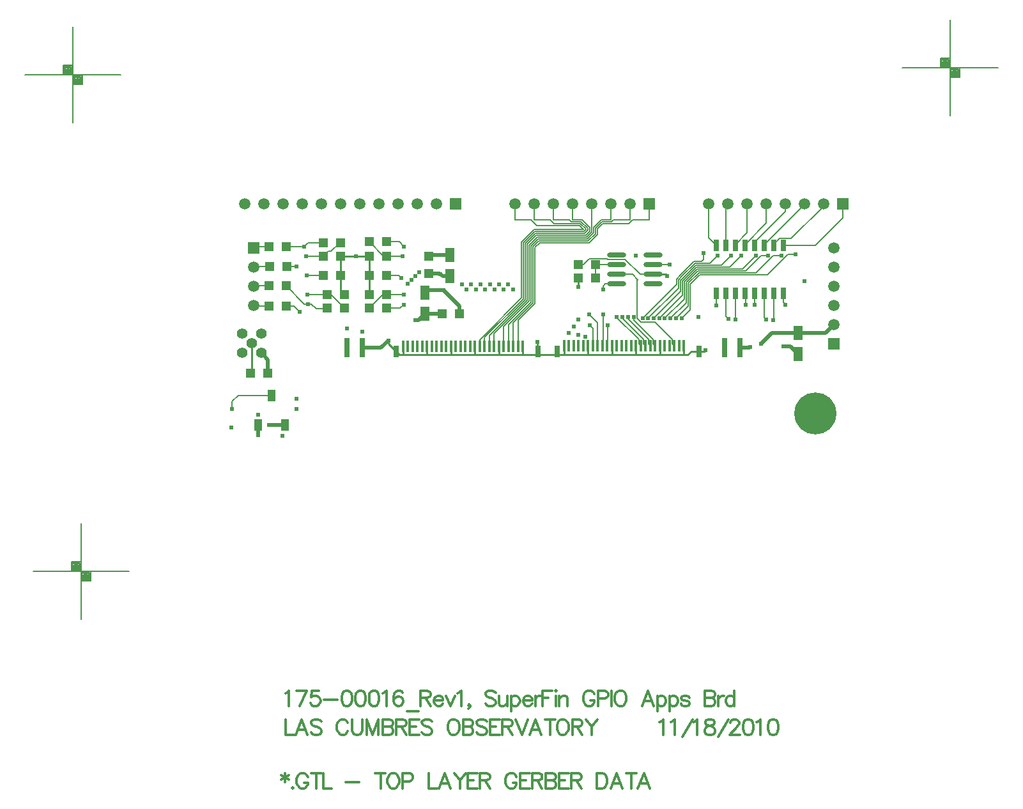
<source format=gtl>
%FSLAX23Y23*%
%MOIN*%
G70*
G01*
G75*
G04 Layer_Physical_Order=1*
G04 Layer_Color=255*
%ADD10R,0.030X0.060*%
%ADD11R,0.048X0.078*%
%ADD12O,0.098X0.028*%
%ADD13R,0.031X0.060*%
%ADD14R,0.014X0.060*%
%ADD15R,0.030X0.100*%
%ADD16R,0.039X0.059*%
%ADD17R,0.050X0.050*%
%ADD18R,0.050X0.050*%
%ADD19C,0.020*%
%ADD20C,0.005*%
%ADD21C,0.010*%
%ADD22C,0.012*%
%ADD23C,0.008*%
%ADD24C,0.012*%
%ADD25C,0.012*%
%ADD26C,0.055*%
%ADD27C,0.059*%
%ADD28R,0.059X0.059*%
%ADD29R,0.059X0.059*%
%ADD30C,0.219*%
%ADD31C,0.024*%
D10*
X24202Y16472D02*
D03*
X24152D02*
D03*
X24102D02*
D03*
X24052D02*
D03*
X24002D02*
D03*
X23952D02*
D03*
X23902D02*
D03*
X23852D02*
D03*
Y16222D02*
D03*
X23902D02*
D03*
X23952D02*
D03*
X24002D02*
D03*
X24052D02*
D03*
X24102D02*
D03*
X24152D02*
D03*
X24202D02*
D03*
D11*
X22462Y16312D02*
D03*
Y16422D02*
D03*
X22332Y16117D02*
D03*
Y16227D02*
D03*
X24277Y16017D02*
D03*
Y15907D02*
D03*
D12*
X23330Y16422D02*
D03*
Y16372D02*
D03*
Y16322D02*
D03*
Y16272D02*
D03*
X23523Y16422D02*
D03*
Y16372D02*
D03*
Y16322D02*
D03*
Y16272D02*
D03*
D13*
X23020Y15921D02*
D03*
X23760D02*
D03*
X22920D02*
D03*
X22180D02*
D03*
D14*
X23683Y15949D02*
D03*
X23658D02*
D03*
X23633D02*
D03*
X23608D02*
D03*
X23583D02*
D03*
X23558D02*
D03*
X23533D02*
D03*
X23508D02*
D03*
X23483D02*
D03*
X23458D02*
D03*
X23433D02*
D03*
X23408D02*
D03*
X23383D02*
D03*
X23358D02*
D03*
X23333D02*
D03*
X23308D02*
D03*
X23283D02*
D03*
X23258D02*
D03*
X23233D02*
D03*
X23208D02*
D03*
X23183D02*
D03*
X23158D02*
D03*
X23133D02*
D03*
X23108D02*
D03*
X23083D02*
D03*
X23058D02*
D03*
X22842Y15948D02*
D03*
X22817D02*
D03*
X22792D02*
D03*
X22767D02*
D03*
X22742D02*
D03*
X22717D02*
D03*
X22692D02*
D03*
X22667D02*
D03*
X22642D02*
D03*
X22617D02*
D03*
X22592D02*
D03*
X22567D02*
D03*
X22542D02*
D03*
X22517D02*
D03*
X22492D02*
D03*
X22467D02*
D03*
X22442D02*
D03*
X22417D02*
D03*
X22392D02*
D03*
X22367D02*
D03*
X22342D02*
D03*
X22317D02*
D03*
X22292D02*
D03*
X22267D02*
D03*
X22242D02*
D03*
X22217D02*
D03*
D15*
X21926Y15939D02*
D03*
X22005D02*
D03*
X23896Y15940D02*
D03*
X23975D02*
D03*
D16*
X21463Y15538D02*
D03*
X21532Y15691D02*
D03*
X21601Y15538D02*
D03*
D17*
X21422Y15807D02*
D03*
X21512D02*
D03*
X21607Y16157D02*
D03*
X21517D02*
D03*
X22130Y16217D02*
D03*
X22040D02*
D03*
X22130Y16147D02*
D03*
X22040D02*
D03*
X21612Y16362D02*
D03*
X21522D02*
D03*
X22130Y16417D02*
D03*
X22040D02*
D03*
X22130Y16492D02*
D03*
X22040D02*
D03*
X21607Y16467D02*
D03*
X21517D02*
D03*
X21803Y16417D02*
D03*
X21893D02*
D03*
X21803Y16487D02*
D03*
X21893D02*
D03*
X21607Y16262D02*
D03*
X21517D02*
D03*
X21822Y16217D02*
D03*
X21912D02*
D03*
X21822Y16147D02*
D03*
X21912D02*
D03*
X23222Y16302D02*
D03*
X23132D02*
D03*
Y16372D02*
D03*
X23222D02*
D03*
X22512Y16117D02*
D03*
X22422D02*
D03*
X22040Y16317D02*
D03*
X22130D02*
D03*
X21893D02*
D03*
X21803D02*
D03*
D18*
X22352Y16417D02*
D03*
Y16327D02*
D03*
D19*
X21518Y15537D02*
X21519Y15538D01*
X21601D01*
X21462Y15483D02*
X21463Y15484D01*
Y15538D01*
X22103Y15939D02*
X22140Y15976D01*
X22005Y15939D02*
X22103D01*
X24422Y16017D02*
X24466Y16061D01*
X23975Y15940D02*
X24024D01*
X24028Y15943D01*
X24085Y15961D02*
X24141Y16017D01*
X24277D01*
X24344D01*
X24422D01*
X24237Y15947D02*
X24277Y15907D01*
X24201Y15947D02*
X24237D01*
X21512Y15807D02*
Y15877D01*
X21477Y15912D02*
X21512Y15877D01*
X22332Y16117D02*
X22422D01*
X22297Y16082D02*
X22332Y16117D01*
X22281Y16082D02*
X22297D01*
X22409Y16422D02*
X22462D01*
X22408Y16423D02*
X22409Y16422D01*
X22358Y16423D02*
X22408D01*
X22352Y16417D02*
X22358Y16423D01*
X22512Y16117D02*
Y16156D01*
X22429Y16239D02*
X22512Y16156D01*
X22344Y16239D02*
X22429D01*
X22332Y16227D02*
X22344Y16239D01*
X22424Y16312D02*
X22462D01*
X22412Y16324D02*
X22424Y16312D01*
X22409Y16327D02*
X22412Y16324D01*
X22352Y16327D02*
X22409D01*
D20*
X21325Y15659D02*
X21358Y15691D01*
X21325Y15620D02*
Y15659D01*
X21358Y15691D02*
X21532D01*
X24367Y16472D02*
X24510Y16616D01*
Y16690D01*
X24202Y16472D02*
X24367D01*
X24410Y16678D02*
Y16690D01*
X24242Y16510D02*
X24410Y16678D01*
X24310Y16687D02*
Y16690D01*
X24102Y16478D02*
X24310Y16687D01*
X24052Y16491D02*
X24210Y16649D01*
Y16690D01*
X24052Y16472D02*
Y16491D01*
X24110Y16690D02*
X24112Y16688D01*
Y16589D02*
Y16688D01*
X24010Y16690D02*
X24012Y16688D01*
Y16539D02*
Y16688D01*
X23902Y16682D02*
X23910Y16690D01*
X23902Y16472D02*
Y16682D01*
X23810Y16690D02*
X23812Y16688D01*
Y16512D02*
Y16688D01*
X23500Y16607D02*
Y16690D01*
X23400Y16607D02*
Y16690D01*
X23300Y16607D02*
Y16690D01*
X23200Y16543D02*
Y16690D01*
X22692Y15948D02*
Y16014D01*
X23100Y16607D02*
Y16690D01*
X23000Y16607D02*
Y16690D01*
X22900Y16607D02*
Y16690D01*
X22800Y16607D02*
Y16690D01*
X21438Y16161D02*
X21442Y16157D01*
X21517D01*
X21438Y16261D02*
X21440Y16262D01*
X21517D01*
X21438Y16361D02*
X21440Y16362D01*
X21522D01*
X21438Y16461D02*
X21445Y16467D01*
X21517D01*
X21607Y16157D02*
X21648D01*
X21679Y16126D01*
X21607Y16262D02*
X21701Y16168D01*
X21720D01*
X21661Y16362D02*
X21661Y16363D01*
X21612Y16362D02*
X21661D01*
X21607Y16467D02*
X21702D01*
X23100Y16607D02*
X23150D01*
X23190Y16567D01*
X23000Y16607D02*
X23086D01*
X23096Y16597D01*
X23146D01*
X23180Y16563D01*
X22900Y16607D02*
X22986D01*
X23142Y16587D02*
X23170Y16559D01*
X22986Y16607D02*
X23006Y16587D01*
X23142D01*
X22800Y16607D02*
X22886D01*
X23138Y16577D02*
X23158Y16557D01*
X22886Y16607D02*
X22916Y16577D01*
X23138D01*
X23250Y16607D02*
X23300D01*
X23210Y16567D02*
X23250Y16607D01*
X23315D02*
X23400D01*
X23305Y16597D02*
X23315Y16607D01*
X23255Y16597D02*
X23305D01*
X23220Y16563D02*
X23255Y16597D01*
X23415Y16607D02*
X23500D01*
X23230Y16559D02*
X23259Y16587D01*
X23395D02*
X23415Y16607D01*
X23259Y16587D02*
X23395D01*
X22901Y16557D02*
X23158D01*
X23162Y16547D02*
X23170Y16556D01*
X22905Y16547D02*
X23162D01*
X23166Y16537D02*
X23180Y16552D01*
X22909Y16537D02*
X23166D01*
X23170Y16527D02*
X23190Y16547D01*
X22913Y16527D02*
X23170D01*
X23175Y16517D02*
X23200Y16543D01*
X22917Y16517D02*
X23175D01*
X23179Y16507D02*
X23210Y16539D01*
X22921Y16507D02*
X23179D01*
X23183Y16497D02*
X23220Y16535D01*
X22925Y16497D02*
X23183D01*
X23187Y16487D02*
X23230Y16531D01*
X22930Y16487D02*
X23187D01*
X22617Y15981D02*
X22835Y16199D01*
X22617Y15948D02*
Y15981D01*
X22642Y15992D02*
X22845Y16194D01*
X22667Y16003D02*
X22855Y16190D01*
X22692Y16014D02*
X22865Y16186D01*
X22742Y16050D02*
X22875Y16182D01*
X22767Y16061D02*
X22885Y16178D01*
X22792Y16071D02*
X22895Y16174D01*
X22817Y16082D02*
X22905Y16170D01*
X23230Y16531D02*
Y16559D01*
X22905Y16462D02*
X22930Y16487D01*
X22905Y16170D02*
Y16462D01*
X22817Y15948D02*
Y16082D01*
X23220Y16535D02*
Y16563D01*
X22895Y16467D02*
X22925Y16497D01*
X22895Y16174D02*
Y16467D01*
X22792Y15948D02*
Y16071D01*
X23210Y16539D02*
Y16567D01*
X22885Y16471D02*
X22921Y16507D01*
X22885Y16178D02*
Y16471D01*
X22767Y15948D02*
Y16061D01*
X22875Y16475D02*
X22917Y16517D01*
X22875Y16182D02*
Y16475D01*
X22742Y15948D02*
Y16050D01*
X23190Y16547D02*
Y16567D01*
X22865Y16479D02*
X22913Y16527D01*
X22865Y16186D02*
Y16479D01*
X23180Y16552D02*
Y16563D01*
X22855Y16483D02*
X22909Y16537D01*
X22855Y16190D02*
Y16483D01*
X22667Y15948D02*
Y16003D01*
X23170Y16556D02*
Y16559D01*
X22845Y16487D02*
X22905Y16547D01*
X22845Y16194D02*
Y16487D01*
X22642Y15948D02*
Y15992D01*
X22835Y16491D02*
X22901Y16557D01*
X22835Y16199D02*
Y16491D01*
X24183Y16510D02*
X24242D01*
X24152Y16478D02*
X24183Y16510D01*
X24152Y16472D02*
Y16478D01*
X24102Y16472D02*
Y16478D01*
X24002D02*
X24112Y16589D01*
X24002Y16472D02*
Y16478D01*
X23952D02*
X24012Y16539D01*
X23952Y16472D02*
Y16478D01*
X23902Y16472D02*
X23912Y16483D01*
X23812Y16512D02*
X23852Y16472D01*
X23850Y16159D02*
Y16220D01*
X23852Y16222D01*
X23902Y16103D02*
Y16222D01*
X23952Y16088D02*
Y16222D01*
X24005Y16165D02*
Y16219D01*
X24002Y16222D02*
X24005Y16219D01*
X24052Y16222D02*
X24053Y16221D01*
Y16163D02*
Y16221D01*
X24102Y16098D02*
X24113Y16087D01*
X24102Y16098D02*
Y16222D01*
X24152Y16089D02*
Y16222D01*
X24147Y16084D02*
X24152Y16089D01*
X23987Y16350D02*
X24057Y16420D01*
X23923Y16360D02*
X23983Y16420D01*
X23878Y16370D02*
X23929Y16421D01*
X23817Y16380D02*
X23857Y16420D01*
X23784Y16399D02*
Y16435D01*
X23775Y16390D02*
X23784Y16399D01*
X24085Y16421D02*
X24122D01*
X24004Y16340D02*
X24085Y16421D01*
X24149D02*
X24192D01*
X24058Y16330D02*
X24149Y16421D01*
X23765Y16320D02*
X24118D01*
X24226Y16428D02*
X24264D01*
X24118Y16320D02*
X24226Y16428D01*
X23678Y16305D02*
X23744Y16370D01*
X23664Y16319D02*
X23736Y16390D01*
X23760Y16330D02*
X24058D01*
X23756Y16340D02*
X24004D01*
X23752Y16350D02*
X23987D01*
X23748Y16360D02*
X23923D01*
X23744Y16370D02*
X23878D01*
X23740Y16380D02*
X23817D01*
X23736Y16390D02*
X23775D01*
X23706Y16276D02*
X23760Y16330D01*
X23692Y16291D02*
X23752Y16350D01*
X23671Y16312D02*
X23740Y16380D01*
X23670Y16093D02*
X23714Y16137D01*
Y16269D01*
X23641Y16093D02*
X23704Y16156D01*
Y16274D01*
X23706Y16276D01*
X23612Y16093D02*
X23694Y16175D01*
Y16278D01*
X23699Y16284D01*
X23583Y16093D02*
X23684Y16194D01*
Y16282D01*
X23692Y16291D01*
X23554Y16093D02*
X23674Y16213D01*
Y16286D01*
X23685Y16298D01*
X23525Y16093D02*
X23664Y16232D01*
Y16290D01*
X23678Y16305D01*
X23496Y16093D02*
X23654Y16251D01*
Y16294D01*
X23671Y16312D01*
X23467Y16093D02*
X23644Y16270D01*
Y16298D01*
X23664Y16319D01*
X23685Y16298D02*
X23748Y16360D01*
X23714Y16269D02*
X23765Y16320D01*
X23699Y16284D02*
X23756Y16340D01*
X23362Y16093D02*
Y16100D01*
X23447Y15960D02*
Y15983D01*
X23391Y16089D02*
Y16100D01*
X23522Y15960D02*
Y15983D01*
X23472Y15960D02*
Y15983D01*
X23497Y15960D02*
Y15983D01*
X23420Y16085D02*
Y16100D01*
Y16085D02*
X23522Y15983D01*
X23391Y16089D02*
X23497Y15983D01*
X23362Y16093D02*
X23472Y15983D01*
X23333Y16097D02*
X23447Y15983D01*
Y15960D02*
X23458Y15949D01*
X23472Y15960D02*
X23483Y15949D01*
X23497Y15960D02*
X23508Y15949D01*
X23522Y15960D02*
X23533Y15949D01*
X23262Y15953D02*
Y16115D01*
X23284Y15950D02*
Y16056D01*
X23233Y15949D02*
Y16069D01*
X23188Y16114D02*
X23233Y16069D01*
X23208Y15949D02*
Y16041D01*
X23191Y16058D02*
X23208Y16041D01*
X23622Y15960D02*
X23633Y15949D01*
X23622Y15960D02*
Y15983D01*
X23531Y16074D02*
X23622Y15983D01*
X23458Y16074D02*
X23531D01*
X23439Y16093D02*
X23458Y16074D01*
X23439Y16093D02*
Y16290D01*
X23414Y16322D02*
X23443Y16293D01*
X23330Y16322D02*
X23414D01*
X21803Y16417D02*
X21828Y16442D01*
X21843D01*
X21888Y16487D01*
X21893D01*
X21710Y16417D02*
X21803D01*
X21702Y16467D02*
X21722Y16487D01*
X21803D01*
X21716Y16317D02*
X21803D01*
X21715Y16318D02*
X21716Y16317D01*
X21822Y16217D02*
X21842D01*
X21912Y16147D01*
X21718Y16217D02*
X21822D01*
X21717Y16216D02*
X21718Y16217D01*
X21720Y16168D02*
X21738D01*
X21764Y16142D01*
X21817D01*
X21822Y16147D01*
X22194Y16317D02*
X22209Y16302D01*
X22130Y16317D02*
X22194D01*
X22110Y16217D02*
X22130D01*
X22040Y16147D02*
X22110Y16217D01*
X22130D02*
X22220D01*
X22221Y16216D01*
X22203Y16147D02*
X22221Y16165D01*
X22130Y16147D02*
X22203D01*
X22131Y16418D02*
X22216D01*
X22130Y16417D02*
X22131Y16418D01*
X22115Y16417D02*
X22130D01*
X22040Y16492D02*
X22115Y16417D01*
X22130Y16492D02*
X22198D01*
X22223Y16467D01*
X23439Y16290D02*
X23443Y16293D01*
X23222Y16372D02*
X23330D01*
X23222Y16302D02*
Y16372D01*
X23132D02*
X23157D01*
X23189Y16405D01*
X23282D01*
X23286Y16401D01*
X23375D01*
X23454Y16322D01*
X23523D01*
Y16372D02*
X23608D01*
X23609Y16373D01*
X23260Y16259D02*
X23273Y16272D01*
X23330D01*
X23260Y16259D02*
X23261Y16258D01*
Y16243D02*
Y16258D01*
X23902Y16103D02*
X23916Y16089D01*
X24202Y16176D02*
X24213Y16165D01*
X24202Y16176D02*
Y16222D01*
D21*
X23683Y15904D02*
Y15949D01*
X23558Y15904D02*
Y15949D01*
X23433Y15904D02*
Y15949D01*
X23308Y15904D02*
Y15949D01*
X23183Y15904D02*
Y15949D01*
X23058Y15904D02*
Y15949D01*
X22842Y15903D02*
Y15948D01*
X22717Y15903D02*
Y15948D01*
X22592Y15903D02*
Y15948D01*
X22467Y15903D02*
Y15948D01*
X22342Y15903D02*
Y15948D01*
X22217Y15903D02*
Y15948D01*
X22920Y15903D02*
X23701D01*
X22217D02*
X22920D01*
X22198D02*
X22217D01*
X22140Y15961D02*
X22180Y15921D01*
X22198Y15903D01*
X22140Y15961D02*
Y15976D01*
X23701Y15903D02*
X23720Y15921D01*
X23760D01*
X22005Y15905D02*
Y15939D01*
X22917Y15924D02*
Y15971D01*
X23760Y15921D02*
X23789D01*
X23795Y15927D01*
X21974Y16417D02*
X22040D01*
X21973Y16418D02*
X21974Y16417D01*
X21894Y16418D02*
X21973D01*
X21893Y16417D02*
X21894Y16418D01*
X21893Y16235D02*
Y16417D01*
Y16235D02*
X21912Y16217D01*
X22040D02*
Y16317D01*
Y16417D01*
X23132Y16258D02*
Y16302D01*
X23523Y16322D02*
X23587D01*
X23596Y16313D01*
X21427Y15812D02*
Y15962D01*
X21422Y15807D02*
X21427Y15812D01*
X24343Y16016D02*
X24344Y16017D01*
D22*
X21602Y13720D02*
Y13675D01*
X21583Y13709D02*
X21621Y13686D01*
Y13709D02*
X21583Y13686D01*
X21641Y13648D02*
X21637Y13644D01*
X21641Y13640D01*
X21645Y13644D01*
X21641Y13648D01*
X21720Y13701D02*
X21716Y13709D01*
X21708Y13716D01*
X21701Y13720D01*
X21685D01*
X21678Y13716D01*
X21670Y13709D01*
X21666Y13701D01*
X21662Y13690D01*
Y13671D01*
X21666Y13659D01*
X21670Y13652D01*
X21678Y13644D01*
X21685Y13640D01*
X21701D01*
X21708Y13644D01*
X21716Y13652D01*
X21720Y13659D01*
Y13671D01*
X21701D02*
X21720D01*
X21765Y13720D02*
Y13640D01*
X21738Y13720D02*
X21791D01*
X21801D02*
Y13640D01*
X21846D01*
X21918Y13675D02*
X21987D01*
X22100Y13720D02*
Y13640D01*
X22073Y13720D02*
X22126D01*
X22159D02*
X22151Y13716D01*
X22144Y13709D01*
X22140Y13701D01*
X22136Y13690D01*
Y13671D01*
X22140Y13659D01*
X22144Y13652D01*
X22151Y13644D01*
X22159Y13640D01*
X22174D01*
X22182Y13644D01*
X22189Y13652D01*
X22193Y13659D01*
X22197Y13671D01*
Y13690D01*
X22193Y13701D01*
X22189Y13709D01*
X22182Y13716D01*
X22174Y13720D01*
X22159D01*
X22215Y13678D02*
X22250D01*
X22261Y13682D01*
X22265Y13686D01*
X22269Y13694D01*
Y13705D01*
X22265Y13713D01*
X22261Y13716D01*
X22250Y13720D01*
X22215D01*
Y13640D01*
X22350Y13720D02*
Y13640D01*
X22395D01*
X22465D02*
X22435Y13720D01*
X22404Y13640D01*
X22415Y13667D02*
X22454D01*
X22484Y13720D02*
X22514Y13682D01*
Y13640D01*
X22545Y13720D02*
X22514Y13682D01*
X22604Y13720D02*
X22555D01*
Y13640D01*
X22604D01*
X22555Y13682D02*
X22585D01*
X22618Y13720D02*
Y13640D01*
Y13720D02*
X22652D01*
X22663Y13716D01*
X22667Y13713D01*
X22671Y13705D01*
Y13697D01*
X22667Y13690D01*
X22663Y13686D01*
X22652Y13682D01*
X22618D01*
X22644D02*
X22671Y13640D01*
X22809Y13701D02*
X22805Y13709D01*
X22797Y13716D01*
X22790Y13720D01*
X22775D01*
X22767Y13716D01*
X22759Y13709D01*
X22756Y13701D01*
X22752Y13690D01*
Y13671D01*
X22756Y13659D01*
X22759Y13652D01*
X22767Y13644D01*
X22775Y13640D01*
X22790D01*
X22797Y13644D01*
X22805Y13652D01*
X22809Y13659D01*
Y13671D01*
X22790D02*
X22809D01*
X22877Y13720D02*
X22827D01*
Y13640D01*
X22877D01*
X22827Y13682D02*
X22858D01*
X22890Y13720D02*
Y13640D01*
Y13720D02*
X22924D01*
X22936Y13716D01*
X22940Y13713D01*
X22943Y13705D01*
Y13697D01*
X22940Y13690D01*
X22936Y13686D01*
X22924Y13682D01*
X22890D01*
X22917D02*
X22943Y13640D01*
X22961Y13720D02*
Y13640D01*
Y13720D02*
X22996D01*
X23007Y13716D01*
X23011Y13713D01*
X23015Y13705D01*
Y13697D01*
X23011Y13690D01*
X23007Y13686D01*
X22996Y13682D01*
X22961D02*
X22996D01*
X23007Y13678D01*
X23011Y13675D01*
X23015Y13667D01*
Y13656D01*
X23011Y13648D01*
X23007Y13644D01*
X22996Y13640D01*
X22961D01*
X23082Y13720D02*
X23032D01*
Y13640D01*
X23082D01*
X23032Y13682D02*
X23063D01*
X23095Y13720D02*
Y13640D01*
Y13720D02*
X23130D01*
X23141Y13716D01*
X23145Y13713D01*
X23149Y13705D01*
Y13697D01*
X23145Y13690D01*
X23141Y13686D01*
X23130Y13682D01*
X23095D01*
X23122D02*
X23149Y13640D01*
X23229Y13720D02*
Y13640D01*
Y13720D02*
X23256D01*
X23267Y13716D01*
X23275Y13709D01*
X23279Y13701D01*
X23283Y13690D01*
Y13671D01*
X23279Y13659D01*
X23275Y13652D01*
X23267Y13644D01*
X23256Y13640D01*
X23229D01*
X23362D02*
X23331Y13720D01*
X23301Y13640D01*
X23312Y13667D02*
X23350D01*
X23407Y13720D02*
Y13640D01*
X23380Y13720D02*
X23434D01*
X23504Y13640D02*
X23474Y13720D01*
X23443Y13640D01*
X23454Y13667D02*
X23493D01*
D23*
X24820Y17399D02*
X25320D01*
X25070Y17149D02*
Y17649D01*
X25020Y17399D02*
Y17449D01*
X25070D01*
X25120Y17349D02*
Y17399D01*
X25070Y17349D02*
X25120D01*
X25075Y17394D02*
X25115D01*
Y17354D02*
Y17394D01*
X25075Y17354D02*
X25115D01*
X25075D02*
Y17394D01*
X25080Y17389D02*
X25110D01*
Y17359D02*
Y17389D01*
X25080Y17359D02*
X25110D01*
X25080D02*
Y17384D01*
X25085D02*
X25105D01*
Y17364D02*
Y17384D01*
X25085Y17364D02*
X25105D01*
X25085D02*
Y17379D01*
X25090D02*
X25100D01*
Y17369D02*
Y17379D01*
X25090Y17369D02*
X25100D01*
X25090D02*
Y17379D01*
Y17374D02*
X25100D01*
X25025Y17444D02*
X25065D01*
Y17404D02*
Y17444D01*
X25025Y17404D02*
X25065D01*
X25025D02*
Y17444D01*
X25030Y17439D02*
X25060D01*
Y17409D02*
Y17439D01*
X25030Y17409D02*
X25060D01*
X25030D02*
Y17434D01*
X25035D02*
X25055D01*
Y17414D02*
Y17434D01*
X25035Y17414D02*
X25055D01*
X25035D02*
Y17429D01*
X25040D02*
X25050D01*
Y17419D02*
Y17429D01*
X25040Y17419D02*
X25050D01*
X25040D02*
Y17429D01*
Y17424D02*
X25050D01*
X20287Y14772D02*
X20787D01*
X20537Y14522D02*
Y15022D01*
X20487Y14772D02*
Y14822D01*
X20537D01*
X20587Y14722D02*
Y14772D01*
X20537Y14722D02*
X20587D01*
X20542Y14767D02*
X20582D01*
Y14727D02*
Y14767D01*
X20542Y14727D02*
X20582D01*
X20542D02*
Y14767D01*
X20547Y14762D02*
X20577D01*
Y14732D02*
Y14762D01*
X20547Y14732D02*
X20577D01*
X20547D02*
Y14757D01*
X20552D02*
X20572D01*
Y14737D02*
Y14757D01*
X20552Y14737D02*
X20572D01*
X20552D02*
Y14752D01*
X20557D02*
X20567D01*
Y14742D02*
Y14752D01*
X20557Y14742D02*
X20567D01*
X20557D02*
Y14752D01*
Y14747D02*
X20567D01*
X20492Y14817D02*
X20532D01*
Y14777D02*
Y14817D01*
X20492Y14777D02*
X20532D01*
X20492D02*
Y14817D01*
X20497Y14812D02*
X20527D01*
Y14782D02*
Y14812D01*
X20497Y14782D02*
X20527D01*
X20497D02*
Y14807D01*
X20502D02*
X20522D01*
Y14787D02*
Y14807D01*
X20502Y14787D02*
X20522D01*
X20502D02*
Y14802D01*
X20507D02*
X20517D01*
Y14792D02*
Y14802D01*
X20507Y14792D02*
X20517D01*
X20507D02*
Y14802D01*
Y14797D02*
X20517D01*
X20246Y17365D02*
X20746D01*
X20496Y17115D02*
Y17615D01*
X20446Y17365D02*
Y17415D01*
X20496D01*
X20546Y17315D02*
Y17365D01*
X20496Y17315D02*
X20546D01*
X20501Y17360D02*
X20541D01*
Y17320D02*
Y17360D01*
X20501Y17320D02*
X20541D01*
X20501D02*
Y17360D01*
X20506Y17355D02*
X20536D01*
Y17325D02*
Y17355D01*
X20506Y17325D02*
X20536D01*
X20506D02*
Y17350D01*
X20511D02*
X20531D01*
Y17330D02*
Y17350D01*
X20511Y17330D02*
X20531D01*
X20511D02*
Y17345D01*
X20516D02*
X20526D01*
Y17335D02*
Y17345D01*
X20516Y17335D02*
X20526D01*
X20516D02*
Y17345D01*
Y17340D02*
X20526D01*
X20451Y17410D02*
X20491D01*
Y17370D02*
Y17410D01*
X20451Y17370D02*
X20491D01*
X20451D02*
Y17410D01*
X20456Y17405D02*
X20486D01*
Y17375D02*
Y17405D01*
X20456Y17375D02*
X20486D01*
X20456D02*
Y17400D01*
X20461D02*
X20481D01*
Y17380D02*
Y17400D01*
X20461Y17380D02*
X20481D01*
X20461D02*
Y17395D01*
X20466D02*
X20476D01*
Y17385D02*
Y17395D01*
X20466Y17385D02*
X20476D01*
X20466D02*
Y17395D01*
Y17390D02*
X20476D01*
D24*
X21604Y14001D02*
Y13921D01*
X21650D01*
X21719D02*
X21689Y14001D01*
X21658Y13921D01*
X21670Y13948D02*
X21708D01*
X21791Y13989D02*
X21784Y13997D01*
X21772Y14001D01*
X21757D01*
X21746Y13997D01*
X21738Y13989D01*
Y13982D01*
X21742Y13974D01*
X21746Y13970D01*
X21753Y13967D01*
X21776Y13959D01*
X21784Y13955D01*
X21787Y13951D01*
X21791Y13944D01*
Y13932D01*
X21784Y13925D01*
X21772Y13921D01*
X21757D01*
X21746Y13925D01*
X21738Y13932D01*
X21929Y13982D02*
X21925Y13989D01*
X21918Y13997D01*
X21910Y14001D01*
X21895D01*
X21887Y13997D01*
X21880Y13989D01*
X21876Y13982D01*
X21872Y13970D01*
Y13951D01*
X21876Y13940D01*
X21880Y13932D01*
X21887Y13925D01*
X21895Y13921D01*
X21910D01*
X21918Y13925D01*
X21925Y13932D01*
X21929Y13940D01*
X21952Y14001D02*
Y13944D01*
X21955Y13932D01*
X21963Y13925D01*
X21974Y13921D01*
X21982D01*
X21994Y13925D01*
X22001Y13932D01*
X22005Y13944D01*
Y14001D01*
X22027D02*
Y13921D01*
Y14001D02*
X22058Y13921D01*
X22088Y14001D02*
X22058Y13921D01*
X22088Y14001D02*
Y13921D01*
X22111Y14001D02*
Y13921D01*
Y14001D02*
X22145D01*
X22157Y13997D01*
X22160Y13993D01*
X22164Y13986D01*
Y13978D01*
X22160Y13970D01*
X22157Y13967D01*
X22145Y13963D01*
X22111D02*
X22145D01*
X22157Y13959D01*
X22160Y13955D01*
X22164Y13948D01*
Y13936D01*
X22160Y13928D01*
X22157Y13925D01*
X22145Y13921D01*
X22111D01*
X22182Y14001D02*
Y13921D01*
Y14001D02*
X22216D01*
X22228Y13997D01*
X22232Y13993D01*
X22235Y13986D01*
Y13978D01*
X22232Y13970D01*
X22228Y13967D01*
X22216Y13963D01*
X22182D01*
X22209D02*
X22235Y13921D01*
X22303Y14001D02*
X22253D01*
Y13921D01*
X22303D01*
X22253Y13963D02*
X22284D01*
X22369Y13989D02*
X22362Y13997D01*
X22350Y14001D01*
X22335D01*
X22324Y13997D01*
X22316Y13989D01*
Y13982D01*
X22320Y13974D01*
X22324Y13970D01*
X22331Y13967D01*
X22354Y13959D01*
X22362Y13955D01*
X22366Y13951D01*
X22369Y13944D01*
Y13932D01*
X22362Y13925D01*
X22350Y13921D01*
X22335D01*
X22324Y13925D01*
X22316Y13932D01*
X22473Y14001D02*
X22465Y13997D01*
X22458Y13989D01*
X22454Y13982D01*
X22450Y13970D01*
Y13951D01*
X22454Y13940D01*
X22458Y13932D01*
X22465Y13925D01*
X22473Y13921D01*
X22488D01*
X22496Y13925D01*
X22504Y13932D01*
X22507Y13940D01*
X22511Y13951D01*
Y13970D01*
X22507Y13982D01*
X22504Y13989D01*
X22496Y13997D01*
X22488Y14001D01*
X22473D01*
X22530D02*
Y13921D01*
Y14001D02*
X22564D01*
X22576Y13997D01*
X22579Y13993D01*
X22583Y13986D01*
Y13978D01*
X22579Y13970D01*
X22576Y13967D01*
X22564Y13963D01*
X22530D02*
X22564D01*
X22576Y13959D01*
X22579Y13955D01*
X22583Y13948D01*
Y13936D01*
X22579Y13928D01*
X22576Y13925D01*
X22564Y13921D01*
X22530D01*
X22654Y13989D02*
X22647Y13997D01*
X22635Y14001D01*
X22620D01*
X22609Y13997D01*
X22601Y13989D01*
Y13982D01*
X22605Y13974D01*
X22609Y13970D01*
X22616Y13967D01*
X22639Y13959D01*
X22647Y13955D01*
X22651Y13951D01*
X22654Y13944D01*
Y13932D01*
X22647Y13925D01*
X22635Y13921D01*
X22620D01*
X22609Y13925D01*
X22601Y13932D01*
X22722Y14001D02*
X22672D01*
Y13921D01*
X22722D01*
X22672Y13963D02*
X22703D01*
X22735Y14001D02*
Y13921D01*
Y14001D02*
X22769D01*
X22781Y13997D01*
X22785Y13993D01*
X22788Y13986D01*
Y13978D01*
X22785Y13970D01*
X22781Y13967D01*
X22769Y13963D01*
X22735D01*
X22762D02*
X22788Y13921D01*
X22806Y14001D02*
X22837Y13921D01*
X22867Y14001D02*
X22837Y13921D01*
X22938D02*
X22908Y14001D01*
X22878Y13921D01*
X22889Y13948D02*
X22927D01*
X22984Y14001D02*
Y13921D01*
X22957Y14001D02*
X23010D01*
X23043D02*
X23035Y13997D01*
X23028Y13989D01*
X23024Y13982D01*
X23020Y13970D01*
Y13951D01*
X23024Y13940D01*
X23028Y13932D01*
X23035Y13925D01*
X23043Y13921D01*
X23058D01*
X23066Y13925D01*
X23073Y13932D01*
X23077Y13940D01*
X23081Y13951D01*
Y13970D01*
X23077Y13982D01*
X23073Y13989D01*
X23066Y13997D01*
X23058Y14001D01*
X23043D01*
X23100D02*
Y13921D01*
Y14001D02*
X23134D01*
X23145Y13997D01*
X23149Y13993D01*
X23153Y13986D01*
Y13978D01*
X23149Y13970D01*
X23145Y13967D01*
X23134Y13963D01*
X23100D01*
X23126D02*
X23153Y13921D01*
X23171Y14001D02*
X23201Y13963D01*
Y13921D01*
X23232Y14001D02*
X23201Y13963D01*
X23556Y13986D02*
X23564Y13989D01*
X23575Y14001D01*
Y13921D01*
X23615Y13986D02*
X23623Y13989D01*
X23634Y14001D01*
Y13921D01*
X23674Y13909D02*
X23727Y14001D01*
X23732Y13986D02*
X23740Y13989D01*
X23751Y14001D01*
Y13921D01*
X23810Y14001D02*
X23798Y13997D01*
X23795Y13989D01*
Y13982D01*
X23798Y13974D01*
X23806Y13970D01*
X23821Y13967D01*
X23833Y13963D01*
X23840Y13955D01*
X23844Y13948D01*
Y13936D01*
X23840Y13928D01*
X23837Y13925D01*
X23825Y13921D01*
X23810D01*
X23798Y13925D01*
X23795Y13928D01*
X23791Y13936D01*
Y13948D01*
X23795Y13955D01*
X23802Y13963D01*
X23814Y13967D01*
X23829Y13970D01*
X23837Y13974D01*
X23840Y13982D01*
Y13989D01*
X23837Y13997D01*
X23825Y14001D01*
X23810D01*
X23862Y13909D02*
X23915Y14001D01*
X23925Y13982D02*
Y13986D01*
X23928Y13993D01*
X23932Y13997D01*
X23940Y14001D01*
X23955D01*
X23963Y13997D01*
X23966Y13993D01*
X23970Y13986D01*
Y13978D01*
X23966Y13970D01*
X23959Y13959D01*
X23921Y13921D01*
X23974D01*
X24015Y14001D02*
X24003Y13997D01*
X23996Y13986D01*
X23992Y13967D01*
Y13955D01*
X23996Y13936D01*
X24003Y13925D01*
X24015Y13921D01*
X24022D01*
X24034Y13925D01*
X24041Y13936D01*
X24045Y13955D01*
Y13967D01*
X24041Y13986D01*
X24034Y13997D01*
X24022Y14001D01*
X24015D01*
X24063Y13986D02*
X24071Y13989D01*
X24082Y14001D01*
Y13921D01*
X24145Y14001D02*
X24133Y13997D01*
X24126Y13986D01*
X24122Y13967D01*
Y13955D01*
X24126Y13936D01*
X24133Y13925D01*
X24145Y13921D01*
X24152D01*
X24164Y13925D01*
X24171Y13936D01*
X24175Y13955D01*
Y13967D01*
X24171Y13986D01*
X24164Y13997D01*
X24152Y14001D01*
X24145D01*
D25*
X21604Y14136D02*
X21612Y14139D01*
X21623Y14151D01*
Y14071D01*
X21716Y14151D02*
X21678Y14071D01*
X21663Y14151D02*
X21716D01*
X21779D02*
X21741D01*
X21738Y14117D01*
X21741Y14120D01*
X21753Y14124D01*
X21764D01*
X21776Y14120D01*
X21783Y14113D01*
X21787Y14101D01*
Y14094D01*
X21783Y14082D01*
X21776Y14075D01*
X21764Y14071D01*
X21753D01*
X21741Y14075D01*
X21738Y14079D01*
X21734Y14086D01*
X21805Y14105D02*
X21874D01*
X21920Y14151D02*
X21909Y14147D01*
X21901Y14136D01*
X21897Y14117D01*
Y14105D01*
X21901Y14086D01*
X21909Y14075D01*
X21920Y14071D01*
X21928D01*
X21939Y14075D01*
X21947Y14086D01*
X21950Y14105D01*
Y14117D01*
X21947Y14136D01*
X21939Y14147D01*
X21928Y14151D01*
X21920D01*
X21991D02*
X21980Y14147D01*
X21972Y14136D01*
X21968Y14117D01*
Y14105D01*
X21972Y14086D01*
X21980Y14075D01*
X21991Y14071D01*
X21999D01*
X22010Y14075D01*
X22018Y14086D01*
X22022Y14105D01*
Y14117D01*
X22018Y14136D01*
X22010Y14147D01*
X21999Y14151D01*
X21991D01*
X22062D02*
X22051Y14147D01*
X22043Y14136D01*
X22040Y14117D01*
Y14105D01*
X22043Y14086D01*
X22051Y14075D01*
X22062Y14071D01*
X22070D01*
X22082Y14075D01*
X22089Y14086D01*
X22093Y14105D01*
Y14117D01*
X22089Y14136D01*
X22082Y14147D01*
X22070Y14151D01*
X22062D01*
X22111Y14136D02*
X22118Y14139D01*
X22130Y14151D01*
Y14071D01*
X22215Y14139D02*
X22211Y14147D01*
X22200Y14151D01*
X22192D01*
X22181Y14147D01*
X22173Y14136D01*
X22169Y14117D01*
Y14098D01*
X22173Y14082D01*
X22181Y14075D01*
X22192Y14071D01*
X22196D01*
X22208Y14075D01*
X22215Y14082D01*
X22219Y14094D01*
Y14098D01*
X22215Y14109D01*
X22208Y14117D01*
X22196Y14120D01*
X22192D01*
X22181Y14117D01*
X22173Y14109D01*
X22169Y14098D01*
X22237Y14044D02*
X22297D01*
X22308Y14151D02*
Y14071D01*
Y14151D02*
X22342D01*
X22353Y14147D01*
X22357Y14143D01*
X22361Y14136D01*
Y14128D01*
X22357Y14120D01*
X22353Y14117D01*
X22342Y14113D01*
X22308D01*
X22334D02*
X22361Y14071D01*
X22379Y14101D02*
X22425D01*
Y14109D01*
X22421Y14117D01*
X22417Y14120D01*
X22409Y14124D01*
X22398D01*
X22390Y14120D01*
X22383Y14113D01*
X22379Y14101D01*
Y14094D01*
X22383Y14082D01*
X22390Y14075D01*
X22398Y14071D01*
X22409D01*
X22417Y14075D01*
X22425Y14082D01*
X22442Y14124D02*
X22465Y14071D01*
X22488Y14124D02*
X22465Y14071D01*
X22500Y14136D02*
X22508Y14139D01*
X22520Y14151D01*
Y14071D01*
X22567Y14075D02*
X22563Y14071D01*
X22559Y14075D01*
X22563Y14079D01*
X22567Y14075D01*
Y14067D01*
X22563Y14059D01*
X22559Y14056D01*
X22700Y14139D02*
X22693Y14147D01*
X22681Y14151D01*
X22666D01*
X22655Y14147D01*
X22647Y14139D01*
Y14132D01*
X22651Y14124D01*
X22655Y14120D01*
X22662Y14117D01*
X22685Y14109D01*
X22693Y14105D01*
X22697Y14101D01*
X22700Y14094D01*
Y14082D01*
X22693Y14075D01*
X22681Y14071D01*
X22666D01*
X22655Y14075D01*
X22647Y14082D01*
X22718Y14124D02*
Y14086D01*
X22722Y14075D01*
X22730Y14071D01*
X22741D01*
X22749Y14075D01*
X22760Y14086D01*
Y14124D02*
Y14071D01*
X22781Y14124D02*
Y14044D01*
Y14113D02*
X22789Y14120D01*
X22796Y14124D01*
X22808D01*
X22815Y14120D01*
X22823Y14113D01*
X22827Y14101D01*
Y14094D01*
X22823Y14082D01*
X22815Y14075D01*
X22808Y14071D01*
X22796D01*
X22789Y14075D01*
X22781Y14082D01*
X22844Y14101D02*
X22890D01*
Y14109D01*
X22886Y14117D01*
X22882Y14120D01*
X22874Y14124D01*
X22863D01*
X22855Y14120D01*
X22848Y14113D01*
X22844Y14101D01*
Y14094D01*
X22848Y14082D01*
X22855Y14075D01*
X22863Y14071D01*
X22874D01*
X22882Y14075D01*
X22890Y14082D01*
X22907Y14124D02*
Y14071D01*
Y14101D02*
X22911Y14113D01*
X22918Y14120D01*
X22926Y14124D01*
X22937D01*
X22945Y14151D02*
Y14071D01*
Y14151D02*
X22994D01*
X22945Y14113D02*
X22975D01*
X23011Y14151D02*
X23015Y14147D01*
X23018Y14151D01*
X23015Y14155D01*
X23011Y14151D01*
X23015Y14124D02*
Y14071D01*
X23033Y14124D02*
Y14071D01*
Y14109D02*
X23044Y14120D01*
X23052Y14124D01*
X23063D01*
X23071Y14120D01*
X23074Y14109D01*
Y14071D01*
X23215Y14132D02*
X23212Y14139D01*
X23204Y14147D01*
X23196Y14151D01*
X23181D01*
X23173Y14147D01*
X23166Y14139D01*
X23162Y14132D01*
X23158Y14120D01*
Y14101D01*
X23162Y14090D01*
X23166Y14082D01*
X23173Y14075D01*
X23181Y14071D01*
X23196D01*
X23204Y14075D01*
X23212Y14082D01*
X23215Y14090D01*
Y14101D01*
X23196D02*
X23215D01*
X23234Y14109D02*
X23268D01*
X23279Y14113D01*
X23283Y14117D01*
X23287Y14124D01*
Y14136D01*
X23283Y14143D01*
X23279Y14147D01*
X23268Y14151D01*
X23234D01*
Y14071D01*
X23305Y14151D02*
Y14071D01*
X23344Y14151D02*
X23337Y14147D01*
X23329Y14139D01*
X23325Y14132D01*
X23322Y14120D01*
Y14101D01*
X23325Y14090D01*
X23329Y14082D01*
X23337Y14075D01*
X23344Y14071D01*
X23360D01*
X23367Y14075D01*
X23375Y14082D01*
X23379Y14090D01*
X23383Y14101D01*
Y14120D01*
X23379Y14132D01*
X23375Y14139D01*
X23367Y14147D01*
X23360Y14151D01*
X23344D01*
X23525Y14071D02*
X23495Y14151D01*
X23464Y14071D01*
X23476Y14098D02*
X23514D01*
X23544Y14124D02*
Y14044D01*
Y14113D02*
X23551Y14120D01*
X23559Y14124D01*
X23570D01*
X23578Y14120D01*
X23586Y14113D01*
X23589Y14101D01*
Y14094D01*
X23586Y14082D01*
X23578Y14075D01*
X23570Y14071D01*
X23559D01*
X23551Y14075D01*
X23544Y14082D01*
X23607Y14124D02*
Y14044D01*
Y14113D02*
X23614Y14120D01*
X23622Y14124D01*
X23633D01*
X23641Y14120D01*
X23648Y14113D01*
X23652Y14101D01*
Y14094D01*
X23648Y14082D01*
X23641Y14075D01*
X23633Y14071D01*
X23622D01*
X23614Y14075D01*
X23607Y14082D01*
X23711Y14113D02*
X23707Y14120D01*
X23696Y14124D01*
X23685D01*
X23673Y14120D01*
X23669Y14113D01*
X23673Y14105D01*
X23681Y14101D01*
X23700Y14098D01*
X23707Y14094D01*
X23711Y14086D01*
Y14082D01*
X23707Y14075D01*
X23696Y14071D01*
X23685D01*
X23673Y14075D01*
X23669Y14082D01*
X23791Y14151D02*
Y14071D01*
Y14151D02*
X23825D01*
X23837Y14147D01*
X23840Y14143D01*
X23844Y14136D01*
Y14128D01*
X23840Y14120D01*
X23837Y14117D01*
X23825Y14113D01*
X23791D02*
X23825D01*
X23837Y14109D01*
X23840Y14105D01*
X23844Y14098D01*
Y14086D01*
X23840Y14079D01*
X23837Y14075D01*
X23825Y14071D01*
X23791D01*
X23862Y14124D02*
Y14071D01*
Y14101D02*
X23866Y14113D01*
X23874Y14120D01*
X23881Y14124D01*
X23893D01*
X23945Y14151D02*
Y14071D01*
Y14113D02*
X23938Y14120D01*
X23930Y14124D01*
X23919D01*
X23911Y14120D01*
X23904Y14113D01*
X23900Y14101D01*
Y14094D01*
X23904Y14082D01*
X23911Y14075D01*
X23919Y14071D01*
X23930D01*
X23938Y14075D01*
X23945Y14082D01*
D26*
X21477Y15912D02*
D03*
Y16012D02*
D03*
X21377D02*
D03*
Y15912D02*
D03*
X21427Y15962D02*
D03*
D27*
X23810Y16690D02*
D03*
X23910D02*
D03*
X24010D02*
D03*
X24110D02*
D03*
X24210D02*
D03*
X24310D02*
D03*
X24410D02*
D03*
X24466Y16061D02*
D03*
Y16161D02*
D03*
Y16261D02*
D03*
Y16361D02*
D03*
Y16461D02*
D03*
X21438Y16161D02*
D03*
Y16261D02*
D03*
Y16361D02*
D03*
X22391Y16690D02*
D03*
X22291D02*
D03*
X22191D02*
D03*
X22091D02*
D03*
X21991D02*
D03*
X21891D02*
D03*
X21791D02*
D03*
X21691D02*
D03*
X21591D02*
D03*
X21491D02*
D03*
X21391D02*
D03*
X22800Y16690D02*
D03*
X22900D02*
D03*
X23000D02*
D03*
X23100D02*
D03*
X23200D02*
D03*
X23300D02*
D03*
X23400D02*
D03*
D28*
X24510D02*
D03*
X22491Y16690D02*
D03*
X23500Y16690D02*
D03*
D29*
X24466Y15961D02*
D03*
X21438Y16461D02*
D03*
D30*
X24367Y15596D02*
D03*
D31*
X21589Y15481D02*
D03*
X21518Y15537D02*
D03*
X21462Y15483D02*
D03*
X21325Y15620D02*
D03*
X21321Y15524D02*
D03*
X21461Y15591D02*
D03*
X21663Y15621D02*
D03*
Y15673D02*
D03*
X22718Y16269D02*
D03*
X22694Y16245D02*
D03*
X22742D02*
D03*
X22645D02*
D03*
X22597D02*
D03*
X22549D02*
D03*
X22621Y16269D02*
D03*
X22670D02*
D03*
X22766D02*
D03*
X21679Y16126D02*
D03*
X21661Y16363D02*
D03*
X24264Y16428D02*
D03*
X24313Y16286D02*
D03*
X24192Y16421D02*
D03*
X24122D02*
D03*
X24057Y16420D02*
D03*
X23983D02*
D03*
X23929Y16421D02*
D03*
X23857Y16420D02*
D03*
X23784Y16435D02*
D03*
X23850Y16159D02*
D03*
X23952Y16088D02*
D03*
X24005Y16165D02*
D03*
X24053Y16163D02*
D03*
X24113Y16087D02*
D03*
X24147Y16084D02*
D03*
X24213Y16165D02*
D03*
X23583Y16093D02*
D03*
X23554D02*
D03*
X23525D02*
D03*
X23496D02*
D03*
X23467D02*
D03*
X23612D02*
D03*
X23641D02*
D03*
X23670D02*
D03*
X23333Y16100D02*
D03*
X23362D02*
D03*
X23391D02*
D03*
X23420D02*
D03*
X22525Y16269D02*
D03*
X22573D02*
D03*
X22790Y16245D02*
D03*
X22302Y16333D02*
D03*
X22281Y16313D02*
D03*
X22261Y16292D02*
D03*
X22240Y16272D02*
D03*
X23262Y16115D02*
D03*
X23284Y16056D02*
D03*
X23108Y16051D02*
D03*
X23082Y16016D02*
D03*
X23188Y16114D02*
D03*
X23191Y16058D02*
D03*
X23167Y15998D02*
D03*
X22917Y15971D02*
D03*
X23795Y15927D02*
D03*
X24028Y15943D02*
D03*
X22140Y15976D02*
D03*
X21710Y16417D02*
D03*
X21702Y16467D02*
D03*
X21715Y16318D02*
D03*
X21717Y16216D02*
D03*
X21720Y16168D02*
D03*
X22209Y16302D02*
D03*
X21973Y16418D02*
D03*
X22221Y16216D02*
D03*
Y16165D02*
D03*
X22216Y16418D02*
D03*
X22223Y16467D02*
D03*
X23609Y16373D02*
D03*
X23431Y16421D02*
D03*
X23132Y16258D02*
D03*
X23596Y16313D02*
D03*
X22004Y16022D02*
D03*
X21926Y16039D02*
D03*
X23131Y16087D02*
D03*
X23757Y16101D02*
D03*
X24085Y15961D02*
D03*
X24201Y15947D02*
D03*
X22281Y16082D02*
D03*
X22408Y16423D02*
D03*
X22429Y16239D02*
D03*
X22412Y16324D02*
D03*
X23131Y16006D02*
D03*
X23261Y16243D02*
D03*
X23916Y16089D02*
D03*
M02*

</source>
